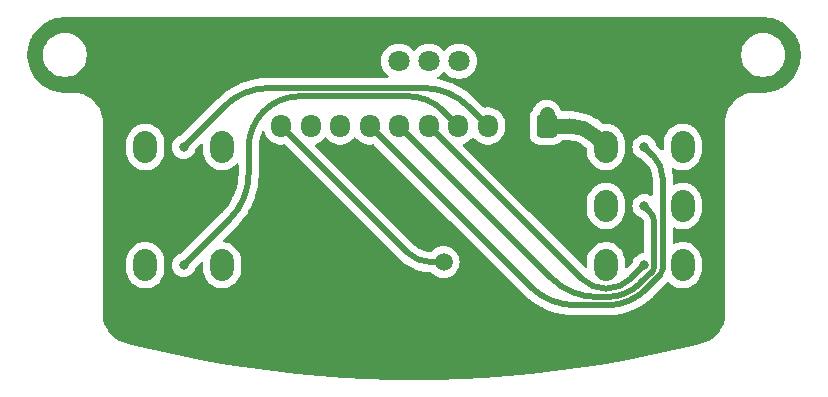
<source format=gbr>
%TF.GenerationSoftware,KiCad,Pcbnew,8.0.1*%
%TF.CreationDate,2024-08-08T23:52:37+09:00*%
%TF.ProjectId,UI-20240325,55492d32-3032-4343-9033-32352e6b6963,rev?*%
%TF.SameCoordinates,Original*%
%TF.FileFunction,Copper,L1,Top*%
%TF.FilePolarity,Positive*%
%FSLAX46Y46*%
G04 Gerber Fmt 4.6, Leading zero omitted, Abs format (unit mm)*
G04 Created by KiCad (PCBNEW 8.0.1) date 2024-08-08 23:52:37*
%MOMM*%
%LPD*%
G01*
G04 APERTURE LIST*
G04 Aperture macros list*
%AMRoundRect*
0 Rectangle with rounded corners*
0 $1 Rounding radius*
0 $2 $3 $4 $5 $6 $7 $8 $9 X,Y pos of 4 corners*
0 Add a 4 corners polygon primitive as box body*
4,1,4,$2,$3,$4,$5,$6,$7,$8,$9,$2,$3,0*
0 Add four circle primitives for the rounded corners*
1,1,$1+$1,$2,$3*
1,1,$1+$1,$4,$5*
1,1,$1+$1,$6,$7*
1,1,$1+$1,$8,$9*
0 Add four rect primitives between the rounded corners*
20,1,$1+$1,$2,$3,$4,$5,0*
20,1,$1+$1,$4,$5,$6,$7,0*
20,1,$1+$1,$6,$7,$8,$9,0*
20,1,$1+$1,$8,$9,$2,$3,0*%
G04 Aperture macros list end*
%TA.AperFunction,ComponentPad*%
%ADD10O,2.000000X2.700000*%
%TD*%
%TA.AperFunction,ComponentPad*%
%ADD11R,1.800000X1.800000*%
%TD*%
%TA.AperFunction,ComponentPad*%
%ADD12C,1.800000*%
%TD*%
%TA.AperFunction,ComponentPad*%
%ADD13O,1.700000X1.950000*%
%TD*%
%TA.AperFunction,ComponentPad*%
%ADD14RoundRect,0.250000X0.600000X0.725000X-0.600000X0.725000X-0.600000X-0.725000X0.600000X-0.725000X0*%
%TD*%
%TA.AperFunction,ComponentPad*%
%ADD15C,1.500000*%
%TD*%
%TA.AperFunction,ViaPad*%
%ADD16C,0.800000*%
%TD*%
%TA.AperFunction,Conductor*%
%ADD17C,0.500000*%
%TD*%
%TA.AperFunction,Conductor*%
%ADD18C,1.250000*%
%TD*%
G04 APERTURE END LIST*
D10*
%TO.P,SW5,1,1*%
%TO.N,Net-(R10-Pad2)*%
X22750000Y-21000000D03*
%TO.P,SW5,2,2*%
%TO.N,+3.3V*%
X16250000Y-21000000D03*
%TD*%
%TO.P,SW4,1,1*%
%TO.N,Net-(R4-Pad2)*%
X22750000Y-16000000D03*
%TO.P,SW4,2,2*%
%TO.N,+3.3V*%
X16250000Y-16000000D03*
%TD*%
%TO.P,SW3,1,1*%
%TO.N,Net-(R3-Pad2)*%
X22750000Y-11000000D03*
%TO.P,SW3,2,2*%
%TO.N,+3.3V*%
X16250000Y-11000000D03*
%TD*%
D11*
%TO.P,U1,1,GND*%
%TO.N,GND*%
X-3810000Y-3739997D03*
D12*
%TO.P,U1,2,VCC*%
%TO.N,+3.3V*%
X-1270000Y-3739997D03*
%TO.P,U1,3,SCL*%
%TO.N,SCL*%
X1270000Y-3739997D03*
%TO.P,U1,4,SDA*%
%TO.N,SDA*%
X3810000Y-3739997D03*
%TD*%
D10*
%TO.P,SW2,1,1*%
%TO.N,Net-(R2-Pad2)*%
X-22750000Y-21000000D03*
%TO.P,SW2,2,2*%
%TO.N,+3.3V*%
X-16250000Y-21000000D03*
%TD*%
%TO.P,SW1,1,1*%
%TO.N,Net-(R1-Pad2)*%
X-22750000Y-11000000D03*
%TO.P,SW1,2,2*%
%TO.N,+3.3V*%
X-16250000Y-11000000D03*
%TD*%
D13*
%TO.P,J1,10,Pin_10*%
%TO.N,BUZZER*%
X-11250000Y-9214997D03*
%TO.P,J1,9,Pin_9*%
%TO.N,SCL*%
X-8750000Y-9214997D03*
%TO.P,J1,8,Pin_8*%
%TO.N,SDA*%
X-6250000Y-9214997D03*
%TO.P,J1,7,Pin_7*%
%TO.N,SW-TAC-3*%
X-3750000Y-9214997D03*
%TO.P,J1,6,Pin_6*%
%TO.N,SW-TAC-4*%
X-1250000Y-9214997D03*
%TO.P,J1,5,Pin_5*%
%TO.N,SW-TAC-5*%
X1250000Y-9214997D03*
%TO.P,J1,4,Pin_4*%
%TO.N,SW-TAC-2*%
X3750000Y-9214997D03*
%TO.P,J1,3,Pin_3*%
%TO.N,SW-TAC-1*%
X6250000Y-9214997D03*
%TO.P,J1,2,Pin_2*%
%TO.N,GND*%
X8750000Y-9214997D03*
D14*
%TO.P,J1,1,Pin_1*%
%TO.N,+3.3V*%
X11250000Y-9214997D03*
%TD*%
D15*
%TO.P,BZ1,1,+*%
%TO.N,BUZZER*%
X2500000Y-20739997D03*
%TO.P,BZ1,2,-*%
%TO.N,GND*%
X-2500000Y-20739997D03*
%TD*%
D16*
%TO.N,SW-TAC-3*%
X19500000Y-11000000D03*
%TO.N,SW-TAC-4*%
X19500000Y-16000000D03*
%TO.N,SW-TAC-5*%
X19500000Y-21000000D03*
%TO.N,SW-TAC-2*%
X-19500000Y-21000000D03*
%TO.N,SW-TAC-1*%
X-19500000Y-11000000D03*
%TD*%
D17*
%TO.N,SW-TAC-4*%
X19176041Y-22526041D02*
X20196289Y-21505789D01*
%TO.N,SW-TAC-3*%
X19671015Y-23021016D02*
X20827337Y-21864696D01*
%TO.N,SW-TAC-4*%
X19925000Y-16425000D02*
G75*
G02*
X20349983Y-17451040I-1026000J-1026000D01*
G01*
X19176041Y-22526041D02*
G75*
G02*
X16341853Y-23699998I-2834191J2834201D01*
G01*
X20350000Y-21134699D02*
G75*
G02*
X20196290Y-21505790I-524800J-1D01*
G01*
X11641210Y-22106207D02*
G75*
G03*
X15488966Y-23700002I3847760J3847757D01*
G01*
D18*
%TO.N,+3.3V*%
X11250000Y-8727497D02*
G75*
G03*
X11737500Y-9215000I487500J-3D01*
G01*
X15357497Y-10107499D02*
G75*
G03*
X13202809Y-9214995I-2154697J-2154701D01*
G01*
D17*
%TO.N,SW-TAC-5*%
X18371508Y-22128491D02*
G75*
G02*
X16267501Y-23000004I-2104008J2103991D01*
G01*
X14163494Y-22128491D02*
G75*
G03*
X16267501Y-23000003I2104006J2103991D01*
G01*
%TO.N,SW-TAC-1*%
X-12246036Y-6000000D02*
G75*
G03*
X-16093792Y-7593792I1J-5441552D01*
G01*
X4628795Y-7593792D02*
G75*
G03*
X781039Y-6000001I-3847755J-3847758D01*
G01*
%TO.N,SW-TAC-2*%
X2492501Y-7957498D02*
G75*
G03*
X-543368Y-6700001I-3035869J-3035871D01*
G01*
X-9646877Y-6700000D02*
G75*
G03*
X-12725000Y-7975000I-3J-4353117D01*
G01*
X-12725000Y-7975000D02*
G75*
G03*
X-14000000Y-11053122I3078123J-3078123D01*
G01*
X-14000000Y-13246036D02*
G75*
G02*
X-15593792Y-17093792I-5441552J1D01*
G01*
%TO.N,SW-TAC-3*%
X19671015Y-23021016D02*
G75*
G02*
X16341852Y-24399998I-3329165J3329176D01*
G01*
X20275000Y-11775000D02*
G75*
G02*
X21049993Y-13646015I-1871000J-1871000D01*
G01*
X21050000Y-21327140D02*
G75*
G02*
X20827313Y-21864672I-760200J40D01*
G01*
X9841210Y-22806207D02*
G75*
G03*
X13688966Y-24400002I3847760J3847757D01*
G01*
%TO.N,BUZZER*%
X-511656Y-19953340D02*
G75*
G03*
X1387500Y-20739995I1899156J1899160D01*
G01*
%TO.N,SW-TAC-3*%
X9841210Y-22806207D02*
X-3750000Y-9214997D01*
X16341852Y-24400000D02*
X13688966Y-24400000D01*
X21050000Y-13646015D02*
X21050000Y-21327140D01*
X20275000Y-11775000D02*
X19500000Y-11000000D01*
%TO.N,SW-TAC-4*%
X11641210Y-22106207D02*
X-1250000Y-9214997D01*
X16341853Y-23700000D02*
X15488966Y-23700000D01*
X19925000Y-16425000D02*
X19500000Y-16000000D01*
X20350000Y-17451040D02*
X20350000Y-21134699D01*
%TO.N,SW-TAC-5*%
X14163494Y-22128491D02*
X1250000Y-9214997D01*
X18371508Y-22128491D02*
X19500000Y-21000000D01*
%TO.N,BUZZER*%
X-511656Y-19953340D02*
X-11250000Y-9214997D01*
X1387500Y-20739997D02*
X2500000Y-20739997D01*
%TO.N,SW-TAC-2*%
X-19500000Y-21000000D02*
X-15593792Y-17093792D01*
X2492501Y-7957498D02*
X3750000Y-9214997D01*
X-543368Y-6700000D02*
X-9646877Y-6700000D01*
X-14000000Y-11053122D02*
X-14000000Y-13246036D01*
%TO.N,SW-TAC-1*%
X-12246036Y-6000000D02*
X781039Y-6000000D01*
X4628795Y-7593792D02*
X6250000Y-9214997D01*
X-19500000Y-11000000D02*
X-16093792Y-7593792D01*
D18*
%TO.N,+3.3V*%
X11250000Y-8727497D02*
X11250000Y-8239997D01*
X15357498Y-10107498D02*
X16250000Y-11000000D01*
X11737500Y-9214997D02*
X13202809Y-9214997D01*
%TD*%
%TA.AperFunction,Conductor*%
%TO.N,GND*%
G36*
X29560855Y-12D02*
G01*
X29564854Y-68D01*
X29733491Y-2431D01*
X29745613Y-3198D01*
X30071376Y-39902D01*
X30089519Y-41947D01*
X30103227Y-44276D01*
X30439777Y-121091D01*
X30453139Y-124940D01*
X30778982Y-238957D01*
X30791824Y-244276D01*
X31102675Y-393975D01*
X31102845Y-394057D01*
X31115015Y-400783D01*
X31407311Y-584444D01*
X31418652Y-592491D01*
X31688547Y-807725D01*
X31698915Y-816991D01*
X31943008Y-1061084D01*
X31952274Y-1071452D01*
X32167508Y-1341347D01*
X32175555Y-1352688D01*
X32359216Y-1644984D01*
X32365942Y-1657154D01*
X32515720Y-1968169D01*
X32521042Y-1981017D01*
X32635059Y-2306860D01*
X32638908Y-2320222D01*
X32715723Y-2656772D01*
X32718052Y-2670480D01*
X32756703Y-3013510D01*
X32757483Y-3027394D01*
X32757483Y-3372605D01*
X32756703Y-3386489D01*
X32718052Y-3729519D01*
X32715723Y-3743227D01*
X32638908Y-4079777D01*
X32635059Y-4093139D01*
X32521042Y-4418982D01*
X32515720Y-4431830D01*
X32365942Y-4742845D01*
X32359216Y-4755015D01*
X32175555Y-5047311D01*
X32167508Y-5058652D01*
X31952274Y-5328547D01*
X31943008Y-5338915D01*
X31698915Y-5583008D01*
X31688547Y-5592274D01*
X31418652Y-5807508D01*
X31407311Y-5815555D01*
X31115015Y-5999216D01*
X31102845Y-6005942D01*
X30791830Y-6155720D01*
X30778982Y-6161042D01*
X30453139Y-6275059D01*
X30439777Y-6278908D01*
X30103227Y-6355723D01*
X30089519Y-6358052D01*
X29745625Y-6396800D01*
X29733479Y-6397568D01*
X29560856Y-6399988D01*
X29559118Y-6400000D01*
X28860007Y-6400000D01*
X28826331Y-6400528D01*
X28696318Y-6402567D01*
X28371739Y-6445298D01*
X28371725Y-6445301D01*
X28055510Y-6530030D01*
X28055500Y-6530033D01*
X27753055Y-6655310D01*
X27753045Y-6655314D01*
X27469528Y-6819002D01*
X27209799Y-7018298D01*
X27209792Y-7018304D01*
X26978309Y-7249787D01*
X26779008Y-7509521D01*
X26779002Y-7509529D01*
X26615319Y-7793034D01*
X26615314Y-7793045D01*
X26490034Y-8095498D01*
X26405299Y-8411732D01*
X26362568Y-8736298D01*
X26362568Y-8736310D01*
X26360007Y-8900011D01*
X26360007Y-25143433D01*
X26359992Y-25145363D01*
X26357563Y-25301378D01*
X26356511Y-25315680D01*
X26315540Y-25625979D01*
X26312357Y-25641931D01*
X26231374Y-25943249D01*
X26226131Y-25958648D01*
X26106398Y-26246783D01*
X26099184Y-26261363D01*
X25942766Y-26531340D01*
X25933706Y-26544850D01*
X25743287Y-26792037D01*
X25732536Y-26804244D01*
X25511408Y-27024369D01*
X25499151Y-27035065D01*
X25251107Y-27224352D01*
X25237556Y-27233351D01*
X24966862Y-27388544D01*
X24952250Y-27395691D01*
X24662677Y-27514480D01*
X24649143Y-27519139D01*
X24499077Y-27561285D01*
X24496883Y-27561880D01*
X23540308Y-27811712D01*
X23538136Y-27812258D01*
X21614281Y-28277755D01*
X21611787Y-28278331D01*
X19678906Y-28703980D01*
X19676400Y-28704505D01*
X17735127Y-29090167D01*
X17732612Y-29090640D01*
X15783782Y-29436152D01*
X15781257Y-29436573D01*
X13825680Y-29741787D01*
X13823147Y-29742155D01*
X11861782Y-30006925D01*
X11859241Y-30007242D01*
X9892703Y-30231483D01*
X9890157Y-30231746D01*
X7919505Y-30415338D01*
X7916954Y-30415549D01*
X5942938Y-30558424D01*
X5940384Y-30558583D01*
X3963789Y-30660682D01*
X3961231Y-30660788D01*
X1982908Y-30722066D01*
X1980349Y-30722118D01*
X1280Y-30742546D01*
X-1280Y-30742546D01*
X-1980349Y-30722118D01*
X-1982908Y-30722066D01*
X-3961231Y-30660788D01*
X-3963789Y-30660682D01*
X-5940384Y-30558583D01*
X-5942938Y-30558424D01*
X-7916954Y-30415549D01*
X-7919505Y-30415338D01*
X-9890157Y-30231746D01*
X-9892703Y-30231483D01*
X-11859241Y-30007242D01*
X-11861782Y-30006925D01*
X-13823147Y-29742155D01*
X-13825680Y-29741787D01*
X-15781257Y-29436573D01*
X-15783782Y-29436152D01*
X-17732612Y-29090640D01*
X-17735127Y-29090167D01*
X-19676400Y-28704505D01*
X-19678906Y-28703980D01*
X-21611787Y-28278331D01*
X-21614281Y-28277755D01*
X-23538136Y-27812258D01*
X-23540308Y-27811712D01*
X-24496911Y-27561873D01*
X-24499111Y-27561277D01*
X-24649141Y-27519132D01*
X-24662670Y-27514474D01*
X-24952253Y-27395667D01*
X-24966865Y-27388519D01*
X-25237548Y-27233318D01*
X-25251099Y-27224319D01*
X-25499143Y-27035017D01*
X-25511399Y-27024321D01*
X-25732524Y-26804183D01*
X-25743274Y-26791976D01*
X-25933686Y-26544782D01*
X-25942746Y-26531271D01*
X-26099157Y-26261285D01*
X-26106370Y-26246706D01*
X-26226096Y-25958565D01*
X-26231339Y-25943166D01*
X-26312316Y-25641835D01*
X-26315498Y-25625883D01*
X-26356463Y-25315576D01*
X-26357515Y-25301303D01*
X-26359831Y-25154473D01*
X-26359991Y-25144300D01*
X-26359992Y-25144256D01*
X-26360007Y-25142300D01*
X-26360007Y-21475962D01*
X-24350500Y-21475962D01*
X-24311090Y-21724785D01*
X-24233241Y-21964379D01*
X-24118870Y-22188845D01*
X-23970793Y-22392656D01*
X-23792656Y-22570793D01*
X-23588845Y-22718870D01*
X-23364379Y-22833241D01*
X-23124785Y-22911090D01*
X-22875962Y-22950500D01*
X-22875961Y-22950500D01*
X-22624039Y-22950500D01*
X-22624038Y-22950500D01*
X-22375215Y-22911090D01*
X-22135621Y-22833241D01*
X-22135618Y-22833239D01*
X-22135616Y-22833239D01*
X-22054184Y-22791747D01*
X-21911155Y-22718870D01*
X-21885117Y-22699952D01*
X-21707350Y-22570798D01*
X-21707345Y-22570794D01*
X-21529205Y-22392654D01*
X-21529201Y-22392649D01*
X-21381132Y-22188848D01*
X-21266760Y-21964383D01*
X-21188910Y-21724785D01*
X-21154069Y-21504811D01*
X-21149500Y-21475962D01*
X-21149500Y-21000000D01*
X-20505341Y-21000000D01*
X-20486024Y-21196132D01*
X-20428814Y-21384727D01*
X-20335910Y-21558538D01*
X-20210883Y-21710883D01*
X-20058538Y-21835910D01*
X-19884727Y-21928814D01*
X-19696132Y-21986024D01*
X-19500000Y-22005341D01*
X-19303868Y-21986024D01*
X-19115273Y-21928814D01*
X-19115269Y-21928811D01*
X-19115266Y-21928811D01*
X-18941467Y-21835913D01*
X-18941460Y-21835909D01*
X-18789116Y-21710883D01*
X-18664090Y-21558539D01*
X-18664086Y-21558532D01*
X-18571188Y-21384733D01*
X-18571186Y-21384727D01*
X-18531975Y-21255468D01*
X-18500997Y-21203786D01*
X-18297211Y-21000000D01*
X-18062180Y-20764968D01*
X-18000858Y-20731484D01*
X-17931167Y-20736468D01*
X-17875233Y-20778339D01*
X-17850816Y-20843804D01*
X-17850500Y-20852650D01*
X-17850500Y-21475962D01*
X-17811090Y-21724785D01*
X-17733241Y-21964379D01*
X-17618870Y-22188845D01*
X-17470793Y-22392656D01*
X-17292656Y-22570793D01*
X-17088845Y-22718870D01*
X-16864379Y-22833241D01*
X-16624785Y-22911090D01*
X-16375962Y-22950500D01*
X-16375961Y-22950500D01*
X-16124039Y-22950500D01*
X-16124038Y-22950500D01*
X-15875215Y-22911090D01*
X-15635621Y-22833241D01*
X-15635618Y-22833239D01*
X-15635616Y-22833239D01*
X-15554184Y-22791747D01*
X-15411155Y-22718870D01*
X-15385117Y-22699952D01*
X-15207350Y-22570798D01*
X-15207345Y-22570794D01*
X-15029205Y-22392654D01*
X-15029201Y-22392649D01*
X-14881132Y-22188848D01*
X-14766760Y-21964383D01*
X-14688910Y-21724785D01*
X-14654069Y-21504811D01*
X-14649500Y-21475962D01*
X-14649500Y-20524038D01*
X-14688910Y-20275215D01*
X-14688910Y-20275214D01*
X-14766760Y-20035616D01*
X-14881132Y-19811151D01*
X-15029201Y-19607350D01*
X-15029205Y-19607345D01*
X-15207345Y-19429205D01*
X-15207350Y-19429201D01*
X-15411151Y-19281132D01*
X-15635616Y-19166760D01*
X-15875214Y-19088909D01*
X-16075899Y-19057124D01*
X-16139034Y-19027195D01*
X-16175965Y-18967883D01*
X-16174967Y-18898020D01*
X-16144182Y-18846970D01*
X-15062677Y-17765465D01*
X-15062673Y-17765462D01*
X-15062674Y-17765462D01*
X-15055607Y-17758395D01*
X-15055606Y-17758395D01*
X-14992397Y-17695186D01*
X-14933814Y-17636603D01*
X-14933810Y-17636598D01*
X-14833510Y-17536298D01*
X-14833496Y-17536284D01*
X-14709041Y-17392656D01*
X-14539166Y-17196611D01*
X-14269835Y-16836825D01*
X-14269832Y-16836820D01*
X-14093652Y-16562678D01*
X-14026847Y-16458727D01*
X-13811452Y-16064261D01*
X-13811449Y-16064256D01*
X-13811445Y-16064249D01*
X-13624751Y-15655444D01*
X-13624749Y-15655441D01*
X-13488118Y-15289117D01*
X-13467683Y-15234329D01*
X-13454990Y-15191102D01*
X-13341061Y-14803095D01*
X-13341058Y-14803085D01*
X-13245525Y-14363928D01*
X-13181563Y-13919054D01*
X-13149500Y-13470759D01*
X-13149500Y-11056173D01*
X-13149351Y-11050088D01*
X-13132932Y-10715887D01*
X-13131739Y-10703777D01*
X-13083091Y-10375821D01*
X-13080717Y-10363887D01*
X-13000158Y-10042276D01*
X-12996625Y-10030631D01*
X-12885351Y-9719641D01*
X-12844233Y-9663152D01*
X-12779101Y-9637860D01*
X-12710635Y-9651797D01*
X-12660573Y-9700537D01*
X-12650670Y-9723093D01*
X-12594231Y-9896796D01*
X-12490579Y-10100225D01*
X-12356379Y-10284934D01*
X-12194937Y-10446376D01*
X-12010228Y-10580576D01*
X-11806799Y-10684228D01*
X-11625816Y-10743033D01*
X-11589660Y-10754781D01*
X-11364162Y-10790497D01*
X-11364157Y-10790497D01*
X-11135844Y-10790497D01*
X-11135843Y-10790497D01*
X-10975040Y-10765028D01*
X-10905750Y-10773982D01*
X-10867967Y-10799817D01*
X-6012351Y-15655434D01*
X-1176259Y-20491526D01*
X-1149370Y-20518415D01*
X-1149369Y-20518417D01*
X-1113050Y-20554735D01*
X-1113051Y-20554736D01*
X-990207Y-20677581D01*
X-721620Y-20898004D01*
X-432721Y-21091040D01*
X-126292Y-21254829D01*
X194715Y-21387795D01*
X527210Y-21488655D01*
X867989Y-21556441D01*
X1213772Y-21590497D01*
X1303733Y-21590497D01*
X1389241Y-21590497D01*
X1456280Y-21610182D01*
X1476922Y-21626815D01*
X1628599Y-21778492D01*
X1628602Y-21778494D01*
X1628603Y-21778495D01*
X1822165Y-21914029D01*
X1822167Y-21914030D01*
X1822170Y-21914032D01*
X2036337Y-22013900D01*
X2264592Y-22075060D01*
X2452918Y-22091536D01*
X2499999Y-22095656D01*
X2500000Y-22095656D01*
X2500001Y-22095656D01*
X2539234Y-22092223D01*
X2735408Y-22075060D01*
X2963663Y-22013900D01*
X3177830Y-21914032D01*
X3371401Y-21778492D01*
X3538495Y-21611398D01*
X3674035Y-21417827D01*
X3773903Y-21203660D01*
X3835063Y-20975405D01*
X3855659Y-20739997D01*
X3835063Y-20504589D01*
X3773903Y-20276334D01*
X3674035Y-20062168D01*
X3655444Y-20035616D01*
X3538494Y-19868594D01*
X3371402Y-19701503D01*
X3371395Y-19701498D01*
X3177834Y-19565964D01*
X3177830Y-19565962D01*
X3177828Y-19565961D01*
X2963663Y-19466094D01*
X2963659Y-19466093D01*
X2963655Y-19466091D01*
X2735413Y-19404935D01*
X2735403Y-19404933D01*
X2500001Y-19384338D01*
X2499999Y-19384338D01*
X2264596Y-19404933D01*
X2264586Y-19404935D01*
X2036344Y-19466091D01*
X2036335Y-19466095D01*
X1822171Y-19565961D01*
X1822169Y-19565962D01*
X1628600Y-19701500D01*
X1477065Y-19853035D01*
X1415742Y-19886519D01*
X1381275Y-19889088D01*
X1156048Y-19874327D01*
X1139966Y-19872209D01*
X920455Y-19828545D01*
X904788Y-19824347D01*
X865925Y-19811155D01*
X692853Y-19752405D01*
X677867Y-19746198D01*
X477132Y-19647206D01*
X463086Y-19639096D01*
X276989Y-19514751D01*
X264120Y-19504877D01*
X92816Y-19354647D01*
X86894Y-19349100D01*
X22210Y-19284416D01*
X22187Y-19284395D01*
X-8340534Y-10921672D01*
X-8374019Y-10860349D01*
X-8369035Y-10790657D01*
X-8327163Y-10734724D01*
X-8291173Y-10716061D01*
X-8193201Y-10684228D01*
X-7989772Y-10580576D01*
X-7805063Y-10446376D01*
X-7643621Y-10284934D01*
X-7600316Y-10225330D01*
X-7544988Y-10182667D01*
X-7475374Y-10176688D01*
X-7413579Y-10209294D01*
X-7399686Y-10225326D01*
X-7356379Y-10284934D01*
X-7194937Y-10446376D01*
X-7010228Y-10580576D01*
X-6806799Y-10684228D01*
X-6625816Y-10743033D01*
X-6589660Y-10754781D01*
X-6364162Y-10790497D01*
X-6364157Y-10790497D01*
X-6135838Y-10790497D01*
X-5910339Y-10754781D01*
X-5809592Y-10722046D01*
X-5693201Y-10684228D01*
X-5693198Y-10684226D01*
X-5693196Y-10684226D01*
X-5557855Y-10615266D01*
X-5489772Y-10580576D01*
X-5305063Y-10446376D01*
X-5143621Y-10284934D01*
X-5100316Y-10225330D01*
X-5044988Y-10182667D01*
X-4975374Y-10176688D01*
X-4913579Y-10209294D01*
X-4899686Y-10225326D01*
X-4856379Y-10284934D01*
X-4694937Y-10446376D01*
X-4510228Y-10580576D01*
X-4306799Y-10684228D01*
X-4125816Y-10743033D01*
X-4089660Y-10754781D01*
X-3864162Y-10790497D01*
X-3864157Y-10790497D01*
X-3635844Y-10790497D01*
X-3635843Y-10790497D01*
X-3475040Y-10765028D01*
X-3405750Y-10773982D01*
X-3367967Y-10799817D01*
X2979508Y-17147294D01*
X9302856Y-23470643D01*
X9302903Y-23470686D01*
X9398719Y-23566502D01*
X9531599Y-23681643D01*
X9738385Y-23860825D01*
X10098176Y-24130161D01*
X10098181Y-24130164D01*
X10476276Y-24373151D01*
X10791894Y-24545492D01*
X10870745Y-24588548D01*
X10870752Y-24588552D01*
X11279554Y-24775245D01*
X11279558Y-24775246D01*
X11279568Y-24775251D01*
X11700673Y-24932316D01*
X12087584Y-25045923D01*
X12131906Y-25058937D01*
X12131916Y-25058940D01*
X12571073Y-25154473D01*
X12571080Y-25154474D01*
X13015947Y-25218437D01*
X13464244Y-25250500D01*
X16431723Y-25250500D01*
X16431763Y-25250498D01*
X16560244Y-25250498D01*
X16560252Y-25250498D01*
X16995705Y-25216227D01*
X17427127Y-25147897D01*
X17851857Y-25045928D01*
X18267278Y-24910950D01*
X18670828Y-24743794D01*
X19060020Y-24545492D01*
X19432453Y-24317265D01*
X19785831Y-24060521D01*
X20117976Y-23776843D01*
X20206104Y-23688713D01*
X20206111Y-23688708D01*
X20213175Y-23681643D01*
X20213177Y-23681643D01*
X21428006Y-22466814D01*
X21489328Y-22433331D01*
X21559020Y-22438315D01*
X21603367Y-22466816D01*
X21707345Y-22570794D01*
X21707350Y-22570798D01*
X21885117Y-22699952D01*
X21911155Y-22718870D01*
X22054184Y-22791747D01*
X22135616Y-22833239D01*
X22135618Y-22833239D01*
X22135621Y-22833241D01*
X22375215Y-22911090D01*
X22624038Y-22950500D01*
X22624039Y-22950500D01*
X22875961Y-22950500D01*
X22875962Y-22950500D01*
X23124785Y-22911090D01*
X23364379Y-22833241D01*
X23588845Y-22718870D01*
X23792656Y-22570793D01*
X23970793Y-22392656D01*
X24118870Y-22188845D01*
X24233241Y-21964379D01*
X24311090Y-21724785D01*
X24350500Y-21475962D01*
X24350500Y-20524038D01*
X24311090Y-20275215D01*
X24233241Y-20035621D01*
X24233239Y-20035618D01*
X24233239Y-20035616D01*
X24158787Y-19889497D01*
X24118870Y-19811155D01*
X24071676Y-19746198D01*
X23970798Y-19607350D01*
X23970794Y-19607345D01*
X23792654Y-19429205D01*
X23792649Y-19429201D01*
X23588848Y-19281132D01*
X23588847Y-19281131D01*
X23588845Y-19281130D01*
X23518747Y-19245413D01*
X23364383Y-19166760D01*
X23124785Y-19088910D01*
X23095104Y-19084209D01*
X22875962Y-19049500D01*
X22624038Y-19049500D01*
X22499626Y-19069205D01*
X22375214Y-19088910D01*
X22266582Y-19124207D01*
X22135621Y-19166759D01*
X22135618Y-19166760D01*
X22135616Y-19166761D01*
X22080795Y-19194694D01*
X22012125Y-19207590D01*
X21947385Y-19181314D01*
X21907128Y-19124207D01*
X21900500Y-19084209D01*
X21900500Y-17915790D01*
X21920185Y-17848751D01*
X21972989Y-17802996D01*
X22042147Y-17793052D01*
X22080794Y-17805305D01*
X22099825Y-17815002D01*
X22135614Y-17833238D01*
X22135617Y-17833238D01*
X22135621Y-17833241D01*
X22375215Y-17911090D01*
X22624038Y-17950500D01*
X22624039Y-17950500D01*
X22875961Y-17950500D01*
X22875962Y-17950500D01*
X23124785Y-17911090D01*
X23364379Y-17833241D01*
X23588845Y-17718870D01*
X23792656Y-17570793D01*
X23970793Y-17392656D01*
X24118870Y-17188845D01*
X24233241Y-16964379D01*
X24311090Y-16724785D01*
X24350500Y-16475962D01*
X24350500Y-15524038D01*
X24311090Y-15275215D01*
X24233241Y-15035621D01*
X24233239Y-15035618D01*
X24233239Y-15035616D01*
X24191747Y-14954184D01*
X24118870Y-14811155D01*
X24099952Y-14785117D01*
X23970798Y-14607350D01*
X23970794Y-14607345D01*
X23792654Y-14429205D01*
X23792649Y-14429201D01*
X23588848Y-14281132D01*
X23588847Y-14281131D01*
X23588845Y-14281130D01*
X23518747Y-14245413D01*
X23364383Y-14166760D01*
X23124785Y-14088910D01*
X23095104Y-14084209D01*
X22875962Y-14049500D01*
X22624038Y-14049500D01*
X22499626Y-14069205D01*
X22375214Y-14088910D01*
X22266582Y-14124207D01*
X22135621Y-14166759D01*
X22135618Y-14166760D01*
X22135616Y-14166761D01*
X22080795Y-14194694D01*
X22012125Y-14207590D01*
X21947385Y-14181314D01*
X21907128Y-14124207D01*
X21900500Y-14084209D01*
X21900500Y-13555828D01*
X21900493Y-13555694D01*
X21900494Y-13474247D01*
X21866822Y-13132355D01*
X21820175Y-12897839D01*
X21826402Y-12828248D01*
X21869266Y-12773071D01*
X21935155Y-12749827D01*
X21998087Y-12763164D01*
X22135616Y-12833239D01*
X22135618Y-12833239D01*
X22135621Y-12833241D01*
X22375215Y-12911090D01*
X22624038Y-12950500D01*
X22624039Y-12950500D01*
X22875961Y-12950500D01*
X22875962Y-12950500D01*
X23124785Y-12911090D01*
X23364379Y-12833241D01*
X23588845Y-12718870D01*
X23792656Y-12570793D01*
X23970793Y-12392656D01*
X24118870Y-12188845D01*
X24233241Y-11964379D01*
X24311090Y-11724785D01*
X24350500Y-11475962D01*
X24350500Y-10524038D01*
X24311090Y-10275215D01*
X24233241Y-10035621D01*
X24233239Y-10035618D01*
X24233239Y-10035616D01*
X24162506Y-9896796D01*
X24118870Y-9811155D01*
X24054892Y-9723097D01*
X23970798Y-9607350D01*
X23970794Y-9607345D01*
X23792654Y-9429205D01*
X23792649Y-9429201D01*
X23588848Y-9281132D01*
X23588847Y-9281131D01*
X23588845Y-9281130D01*
X23518747Y-9245413D01*
X23364383Y-9166760D01*
X23124785Y-9088910D01*
X23124779Y-9088909D01*
X22875962Y-9049500D01*
X22624038Y-9049500D01*
X22537534Y-9063201D01*
X22375214Y-9088910D01*
X22135616Y-9166760D01*
X21911151Y-9281132D01*
X21707350Y-9429201D01*
X21707345Y-9429205D01*
X21529205Y-9607345D01*
X21529201Y-9607350D01*
X21381132Y-9811151D01*
X21266760Y-10035616D01*
X21188910Y-10275214D01*
X21149500Y-10524038D01*
X21149500Y-11147348D01*
X21129815Y-11214387D01*
X21077011Y-11260142D01*
X21007853Y-11270086D01*
X20944297Y-11241061D01*
X20937819Y-11235029D01*
X20499002Y-10796213D01*
X20468023Y-10744529D01*
X20428814Y-10615273D01*
X20428812Y-10615270D01*
X20428812Y-10615268D01*
X20335913Y-10441467D01*
X20335909Y-10441460D01*
X20210883Y-10289116D01*
X20058539Y-10164090D01*
X20058532Y-10164086D01*
X19884733Y-10071188D01*
X19884727Y-10071186D01*
X19696132Y-10013976D01*
X19696129Y-10013975D01*
X19500000Y-9994659D01*
X19303870Y-10013975D01*
X19115266Y-10071188D01*
X18941467Y-10164086D01*
X18941460Y-10164090D01*
X18789116Y-10289116D01*
X18664090Y-10441460D01*
X18664086Y-10441467D01*
X18571188Y-10615266D01*
X18513975Y-10803870D01*
X18494659Y-11000000D01*
X18513975Y-11196129D01*
X18571188Y-11384733D01*
X18664086Y-11558532D01*
X18664090Y-11558539D01*
X18789116Y-11710883D01*
X18941460Y-11835909D01*
X18941467Y-11835913D01*
X19115268Y-11928812D01*
X19115270Y-11928812D01*
X19115273Y-11928814D01*
X19244529Y-11968023D01*
X19296213Y-11999002D01*
X19670718Y-12373507D01*
X19676265Y-12379429D01*
X19823102Y-12546863D01*
X19832976Y-12559732D01*
X19954428Y-12741499D01*
X19962538Y-12755545D01*
X20059227Y-12951611D01*
X20065434Y-12966597D01*
X20135700Y-13173596D01*
X20139899Y-13189264D01*
X20182547Y-13403678D01*
X20184664Y-13419759D01*
X20199234Y-13642069D01*
X20199499Y-13650178D01*
X20199499Y-13742995D01*
X20199500Y-13743012D01*
X20199500Y-15032553D01*
X20179815Y-15099592D01*
X20127011Y-15145347D01*
X20057853Y-15155291D01*
X20017047Y-15141912D01*
X19937871Y-15099592D01*
X19884727Y-15071186D01*
X19696132Y-15013976D01*
X19696129Y-15013975D01*
X19500000Y-14994659D01*
X19303870Y-15013975D01*
X19115266Y-15071188D01*
X18941467Y-15164086D01*
X18941460Y-15164090D01*
X18789116Y-15289116D01*
X18664090Y-15441460D01*
X18664086Y-15441467D01*
X18571188Y-15615266D01*
X18513975Y-15803870D01*
X18494659Y-16000000D01*
X18513975Y-16196129D01*
X18571188Y-16384733D01*
X18664086Y-16558532D01*
X18664090Y-16558539D01*
X18789116Y-16710883D01*
X18941460Y-16835909D01*
X18941467Y-16835913D01*
X19115268Y-16928812D01*
X19115270Y-16928812D01*
X19115273Y-16928814D01*
X19244529Y-16968023D01*
X19296213Y-16999002D01*
X19319299Y-17022088D01*
X19327472Y-17031105D01*
X19390537Y-17107951D01*
X19404042Y-17128163D01*
X19448020Y-17210443D01*
X19457322Y-17232902D01*
X19484401Y-17322176D01*
X19489143Y-17346018D01*
X19498902Y-17445127D01*
X19499499Y-17457281D01*
X19499497Y-17546926D01*
X19499500Y-17546983D01*
X19499500Y-19882320D01*
X19479815Y-19949359D01*
X19427011Y-19995114D01*
X19387655Y-20005723D01*
X19303871Y-20013975D01*
X19115266Y-20071188D01*
X18941467Y-20164086D01*
X18941460Y-20164090D01*
X18789116Y-20289116D01*
X18664090Y-20441460D01*
X18664086Y-20441467D01*
X18571186Y-20615271D01*
X18531976Y-20744527D01*
X18500997Y-20796212D01*
X18062181Y-21235029D01*
X18000858Y-21268514D01*
X17931167Y-21263530D01*
X17875233Y-21221659D01*
X17850816Y-21156194D01*
X17850500Y-21147348D01*
X17850500Y-20524038D01*
X17847420Y-20504593D01*
X17811090Y-20275215D01*
X17733241Y-20035621D01*
X17733239Y-20035618D01*
X17733239Y-20035616D01*
X17658787Y-19889497D01*
X17618870Y-19811155D01*
X17571676Y-19746198D01*
X17470798Y-19607350D01*
X17470794Y-19607345D01*
X17292654Y-19429205D01*
X17292649Y-19429201D01*
X17088848Y-19281132D01*
X17088847Y-19281131D01*
X17088845Y-19281130D01*
X17018747Y-19245413D01*
X16864383Y-19166760D01*
X16624785Y-19088910D01*
X16595104Y-19084209D01*
X16375962Y-19049500D01*
X16124038Y-19049500D01*
X15999626Y-19069205D01*
X15875214Y-19088910D01*
X15635616Y-19166760D01*
X15411151Y-19281132D01*
X15207350Y-19429201D01*
X15207345Y-19429205D01*
X15029205Y-19607345D01*
X15029201Y-19607350D01*
X14881132Y-19811151D01*
X14766760Y-20035616D01*
X14688910Y-20275214D01*
X14649500Y-20524038D01*
X14649500Y-21112346D01*
X14629815Y-21179385D01*
X14577011Y-21225140D01*
X14507853Y-21235084D01*
X14444297Y-21206059D01*
X14437819Y-21200027D01*
X9713753Y-16475961D01*
X14649500Y-16475961D01*
X14688910Y-16724785D01*
X14766760Y-16964383D01*
X14881132Y-17188848D01*
X15029201Y-17392649D01*
X15029205Y-17392654D01*
X15207345Y-17570794D01*
X15207350Y-17570798D01*
X15378557Y-17695186D01*
X15411155Y-17718870D01*
X15554184Y-17791747D01*
X15635616Y-17833239D01*
X15635618Y-17833239D01*
X15635621Y-17833241D01*
X15875215Y-17911090D01*
X16124038Y-17950500D01*
X16124039Y-17950500D01*
X16375961Y-17950500D01*
X16375962Y-17950500D01*
X16624785Y-17911090D01*
X16864379Y-17833241D01*
X17088845Y-17718870D01*
X17292656Y-17570793D01*
X17470793Y-17392656D01*
X17618870Y-17188845D01*
X17733241Y-16964379D01*
X17811090Y-16724785D01*
X17850500Y-16475962D01*
X17850500Y-15524038D01*
X17811090Y-15275215D01*
X17733241Y-15035621D01*
X17733239Y-15035618D01*
X17733239Y-15035616D01*
X17691747Y-14954184D01*
X17618870Y-14811155D01*
X17599952Y-14785117D01*
X17470798Y-14607350D01*
X17470794Y-14607345D01*
X17292654Y-14429205D01*
X17292649Y-14429201D01*
X17088848Y-14281132D01*
X17088847Y-14281131D01*
X17088845Y-14281130D01*
X17018747Y-14245413D01*
X16864383Y-14166760D01*
X16624785Y-14088910D01*
X16595104Y-14084209D01*
X16375962Y-14049500D01*
X16124038Y-14049500D01*
X15999626Y-14069205D01*
X15875214Y-14088910D01*
X15635616Y-14166760D01*
X15411151Y-14281132D01*
X15207350Y-14429201D01*
X15207345Y-14429205D01*
X15029205Y-14607345D01*
X15029201Y-14607350D01*
X14881132Y-14811151D01*
X14766760Y-15035616D01*
X14688910Y-15275214D01*
X14649500Y-15524038D01*
X14649500Y-16475961D01*
X9713753Y-16475961D01*
X4159464Y-10921672D01*
X4125979Y-10860349D01*
X4130963Y-10790657D01*
X4172835Y-10734724D01*
X4208823Y-10716062D01*
X4306799Y-10684228D01*
X4510228Y-10580576D01*
X4694937Y-10446376D01*
X4856379Y-10284934D01*
X4899683Y-10225330D01*
X4955012Y-10182667D01*
X5024626Y-10176688D01*
X5086421Y-10209294D01*
X5100313Y-10225326D01*
X5143621Y-10284934D01*
X5305063Y-10446376D01*
X5489772Y-10580576D01*
X5557855Y-10615266D01*
X5693196Y-10684226D01*
X5693198Y-10684226D01*
X5693201Y-10684228D01*
X5809592Y-10722046D01*
X5910339Y-10754781D01*
X6135838Y-10790497D01*
X6135843Y-10790497D01*
X6364162Y-10790497D01*
X6589660Y-10754781D01*
X6625816Y-10743033D01*
X6806799Y-10684228D01*
X7010228Y-10580576D01*
X7194937Y-10446376D01*
X7356379Y-10284934D01*
X7490579Y-10100225D01*
X7534539Y-10013948D01*
X9799500Y-10013948D01*
X9802317Y-10055496D01*
X9846963Y-10235018D01*
X9846964Y-10235020D01*
X9929156Y-10400747D01*
X10045059Y-10544937D01*
X10127173Y-10610942D01*
X10189247Y-10660839D01*
X10354979Y-10743034D01*
X10534501Y-10787679D01*
X10534502Y-10787679D01*
X10534505Y-10787680D01*
X10576046Y-10790497D01*
X10576048Y-10790497D01*
X11923952Y-10790497D01*
X11923954Y-10790497D01*
X11965495Y-10787680D01*
X12145021Y-10743034D01*
X12310753Y-10660839D01*
X12454940Y-10544937D01*
X12478849Y-10515192D01*
X12501666Y-10486809D01*
X12559009Y-10446890D01*
X12598312Y-10440497D01*
X13198738Y-10440497D01*
X13206848Y-10440762D01*
X13432490Y-10455551D01*
X13448549Y-10457666D01*
X13666325Y-10500985D01*
X13681987Y-10505182D01*
X13892248Y-10576557D01*
X13907219Y-10582758D01*
X14102382Y-10679001D01*
X14106362Y-10680964D01*
X14120409Y-10689074D01*
X14305028Y-10812433D01*
X14317892Y-10822304D01*
X14487924Y-10971418D01*
X14493846Y-10976965D01*
X14613181Y-11096300D01*
X14646666Y-11157623D01*
X14649500Y-11183981D01*
X14649500Y-11475961D01*
X14688910Y-11724785D01*
X14766760Y-11964383D01*
X14881132Y-12188848D01*
X15029201Y-12392649D01*
X15029205Y-12392654D01*
X15207345Y-12570794D01*
X15207350Y-12570798D01*
X15385117Y-12699952D01*
X15411155Y-12718870D01*
X15517531Y-12773071D01*
X15635616Y-12833239D01*
X15635618Y-12833239D01*
X15635621Y-12833241D01*
X15875215Y-12911090D01*
X16124038Y-12950500D01*
X16124039Y-12950500D01*
X16375961Y-12950500D01*
X16375962Y-12950500D01*
X16624785Y-12911090D01*
X16864379Y-12833241D01*
X17088845Y-12718870D01*
X17292656Y-12570793D01*
X17470793Y-12392656D01*
X17618870Y-12188845D01*
X17733241Y-11964379D01*
X17811090Y-11724785D01*
X17850500Y-11475962D01*
X17850500Y-10524038D01*
X17811090Y-10275215D01*
X17733241Y-10035621D01*
X17733239Y-10035618D01*
X17733239Y-10035616D01*
X17662506Y-9896796D01*
X17618870Y-9811155D01*
X17554892Y-9723097D01*
X17470798Y-9607350D01*
X17470794Y-9607345D01*
X17292654Y-9429205D01*
X17292649Y-9429201D01*
X17088848Y-9281132D01*
X17088847Y-9281131D01*
X17088845Y-9281130D01*
X17018747Y-9245413D01*
X16864383Y-9166760D01*
X16624785Y-9088910D01*
X16624779Y-9088909D01*
X16375962Y-9049500D01*
X16124038Y-9049500D01*
X16124036Y-9049500D01*
X16093341Y-9054361D01*
X16024048Y-9045404D01*
X15994241Y-9026877D01*
X15806334Y-8869205D01*
X15500727Y-8655217D01*
X15500716Y-8655210D01*
X15500710Y-8655206D01*
X15246713Y-8508560D01*
X15177603Y-8468659D01*
X15177588Y-8468651D01*
X14839464Y-8310982D01*
X14839462Y-8310981D01*
X14839455Y-8310978D01*
X14488857Y-8183370D01*
X14177510Y-8099944D01*
X14128472Y-8086804D01*
X14128465Y-8086803D01*
X13761043Y-8022016D01*
X13761045Y-8022016D01*
X13389363Y-7989497D01*
X13389362Y-7989497D01*
X13299258Y-7989497D01*
X12598312Y-7989497D01*
X12531273Y-7969812D01*
X12501666Y-7943185D01*
X12454943Y-7885061D01*
X12454937Y-7885054D01*
X12440850Y-7873731D01*
X12400932Y-7816388D01*
X12400646Y-7815523D01*
X12385715Y-7769568D01*
X12298141Y-7597695D01*
X12184759Y-7441638D01*
X12048359Y-7305238D01*
X11892302Y-7191856D01*
X11720429Y-7104282D01*
X11536972Y-7044673D01*
X11536970Y-7044672D01*
X11536969Y-7044672D01*
X11390614Y-7021492D01*
X11346449Y-7014497D01*
X11153551Y-7014497D01*
X11129553Y-7018298D01*
X10963030Y-7044672D01*
X10779568Y-7104283D01*
X10607697Y-7191856D01*
X10527963Y-7249787D01*
X10451641Y-7305238D01*
X10451639Y-7305240D01*
X10451638Y-7305240D01*
X10315243Y-7441635D01*
X10315243Y-7441636D01*
X10315241Y-7441638D01*
X10295733Y-7468489D01*
X10201859Y-7597694D01*
X10114284Y-7769569D01*
X10099390Y-7815407D01*
X10059951Y-7873081D01*
X10059152Y-7873728D01*
X10045062Y-7885054D01*
X9929156Y-8029246D01*
X9846964Y-8194973D01*
X9846963Y-8194975D01*
X9802317Y-8374497D01*
X9799500Y-8416045D01*
X9799500Y-10013948D01*
X7534539Y-10013948D01*
X7594231Y-9896796D01*
X7664784Y-9679657D01*
X7671404Y-9637860D01*
X7700500Y-9454159D01*
X7700500Y-8975834D01*
X7664784Y-8750336D01*
X7594229Y-8533193D01*
X7539550Y-8425881D01*
X7490579Y-8329769D01*
X7356379Y-8145060D01*
X7194937Y-7983618D01*
X7010228Y-7849418D01*
X6970377Y-7829113D01*
X6806803Y-7745767D01*
X6589660Y-7675212D01*
X6364162Y-7639497D01*
X6364157Y-7639497D01*
X6135843Y-7639497D01*
X6135838Y-7639497D01*
X5975043Y-7664964D01*
X5905749Y-7656009D01*
X5867964Y-7630172D01*
X5229544Y-6991752D01*
X5229541Y-6991747D01*
X5071310Y-6833516D01*
X5071297Y-6833504D01*
X5071288Y-6833495D01*
X4731622Y-6539173D01*
X4731620Y-6539171D01*
X4371829Y-6269835D01*
X4371824Y-6269832D01*
X4194262Y-6155720D01*
X3993730Y-6026846D01*
X3993723Y-6026842D01*
X3599259Y-5811448D01*
X3599252Y-5811444D01*
X3190450Y-5624751D01*
X3103375Y-5592274D01*
X2769332Y-5467683D01*
X2628317Y-5426277D01*
X2338098Y-5341060D01*
X2338088Y-5341057D01*
X2041464Y-5276531D01*
X1980141Y-5243046D01*
X1946656Y-5181723D01*
X1951640Y-5112031D01*
X1993512Y-5056098D01*
X2008799Y-5046313D01*
X2093509Y-5000471D01*
X2289744Y-4847735D01*
X2448771Y-4674985D01*
X2508657Y-4638996D01*
X2578495Y-4641096D01*
X2631228Y-4674985D01*
X2790256Y-4847735D01*
X2986491Y-5000471D01*
X3085644Y-5054130D01*
X3127924Y-5077011D01*
X3205190Y-5118825D01*
X3440386Y-5199568D01*
X3685665Y-5240497D01*
X3934335Y-5240497D01*
X4179614Y-5199568D01*
X4414810Y-5118825D01*
X4633509Y-5000471D01*
X4829744Y-4847735D01*
X4998164Y-4664782D01*
X5134173Y-4456604D01*
X5234063Y-4228878D01*
X5295108Y-3987818D01*
X5310994Y-3796104D01*
X5315643Y-3740002D01*
X5315643Y-3739991D01*
X5295109Y-3492184D01*
X5295107Y-3492172D01*
X5251833Y-3321288D01*
X27709507Y-3321288D01*
X27741168Y-3561785D01*
X27803954Y-3796104D01*
X27883361Y-3987809D01*
X27896783Y-4020212D01*
X28018071Y-4230289D01*
X28018073Y-4230292D01*
X28018074Y-4230293D01*
X28165740Y-4422736D01*
X28165746Y-4422743D01*
X28337263Y-4594260D01*
X28337269Y-4594265D01*
X28529718Y-4741936D01*
X28739795Y-4863224D01*
X28963907Y-4956054D01*
X29198218Y-5018838D01*
X29378593Y-5042584D01*
X29438718Y-5050500D01*
X29438719Y-5050500D01*
X29681296Y-5050500D01*
X29729395Y-5044167D01*
X29921796Y-5018838D01*
X30156107Y-4956054D01*
X30380219Y-4863224D01*
X30590296Y-4741936D01*
X30782745Y-4594265D01*
X30954272Y-4422738D01*
X31101943Y-4230289D01*
X31223231Y-4020212D01*
X31316061Y-3796100D01*
X31378845Y-3561789D01*
X31410507Y-3321288D01*
X31410507Y-3078712D01*
X31378845Y-2838211D01*
X31316061Y-2603900D01*
X31223231Y-2379788D01*
X31101943Y-2169711D01*
X31041025Y-2090321D01*
X30954273Y-1977263D01*
X30954267Y-1977256D01*
X30782750Y-1805739D01*
X30782743Y-1805733D01*
X30590300Y-1658067D01*
X30590299Y-1658066D01*
X30590296Y-1658064D01*
X30380219Y-1536776D01*
X30380212Y-1536773D01*
X30156111Y-1443947D01*
X29921792Y-1381161D01*
X29681296Y-1349500D01*
X29681295Y-1349500D01*
X29438719Y-1349500D01*
X29438718Y-1349500D01*
X29198221Y-1381161D01*
X28963902Y-1443947D01*
X28739801Y-1536773D01*
X28739792Y-1536777D01*
X28529713Y-1658067D01*
X28337270Y-1805733D01*
X28337263Y-1805739D01*
X28165746Y-1977256D01*
X28165740Y-1977263D01*
X28018074Y-2169706D01*
X27896784Y-2379785D01*
X27896780Y-2379794D01*
X27803954Y-2603895D01*
X27741168Y-2838214D01*
X27709507Y-3078711D01*
X27709507Y-3321288D01*
X5251833Y-3321288D01*
X5234063Y-3251115D01*
X5134173Y-3023390D01*
X4998166Y-2815214D01*
X4976557Y-2791741D01*
X4829744Y-2632259D01*
X4633509Y-2479523D01*
X4633507Y-2479522D01*
X4633506Y-2479521D01*
X4414811Y-2361169D01*
X4414802Y-2361166D01*
X4179616Y-2280426D01*
X3934335Y-2239497D01*
X3685665Y-2239497D01*
X3440383Y-2280426D01*
X3205197Y-2361166D01*
X3205188Y-2361169D01*
X2986493Y-2479521D01*
X2790257Y-2632258D01*
X2631230Y-2805007D01*
X2571342Y-2840998D01*
X2501504Y-2838897D01*
X2448770Y-2805007D01*
X2409108Y-2761923D01*
X2289744Y-2632259D01*
X2093509Y-2479523D01*
X2093507Y-2479522D01*
X2093506Y-2479521D01*
X1874811Y-2361169D01*
X1874802Y-2361166D01*
X1639616Y-2280426D01*
X1394335Y-2239497D01*
X1145665Y-2239497D01*
X900383Y-2280426D01*
X665197Y-2361166D01*
X665188Y-2361169D01*
X446493Y-2479521D01*
X250257Y-2632258D01*
X91230Y-2805007D01*
X31342Y-2840998D01*
X-38496Y-2838897D01*
X-91230Y-2805007D01*
X-250257Y-2632258D01*
X-446493Y-2479521D01*
X-665188Y-2361169D01*
X-665197Y-2361166D01*
X-900383Y-2280426D01*
X-1145665Y-2239497D01*
X-1394335Y-2239497D01*
X-1639616Y-2280426D01*
X-1874802Y-2361166D01*
X-1874811Y-2361169D01*
X-2093506Y-2479521D01*
X-2093507Y-2479522D01*
X-2093509Y-2479523D01*
X-2289744Y-2632259D01*
X-2436557Y-2791741D01*
X-2458166Y-2815214D01*
X-2594173Y-3023390D01*
X-2694063Y-3251115D01*
X-2755107Y-3492172D01*
X-2755109Y-3492184D01*
X-2775643Y-3739991D01*
X-2775643Y-3740002D01*
X-2770994Y-3796104D01*
X-2755108Y-3987818D01*
X-2694063Y-4228878D01*
X-2594173Y-4456604D01*
X-2458164Y-4664782D01*
X-2289744Y-4847735D01*
X-2269841Y-4863226D01*
X-2187074Y-4927647D01*
X-2146261Y-4984357D01*
X-2142586Y-5054130D01*
X-2177218Y-5114813D01*
X-2239159Y-5147140D01*
X-2263236Y-5149500D01*
X-12470759Y-5149500D01*
X-12919054Y-5181563D01*
X-13363928Y-5245525D01*
X-13803085Y-5341058D01*
X-13803095Y-5341061D01*
X-14234312Y-5467678D01*
X-14234329Y-5467683D01*
X-14363478Y-5515853D01*
X-14655441Y-5624749D01*
X-14655444Y-5624751D01*
X-15064249Y-5811445D01*
X-15064256Y-5811449D01*
X-15420593Y-6006024D01*
X-15458727Y-6026847D01*
X-15659393Y-6155807D01*
X-15836820Y-6269832D01*
X-15836825Y-6269835D01*
X-16196611Y-6539166D01*
X-16331529Y-6656074D01*
X-16536284Y-6833496D01*
X-16536298Y-6833510D01*
X-16632827Y-6930039D01*
X-16632858Y-6930068D01*
X-19703786Y-10000997D01*
X-19755468Y-10031975D01*
X-19884727Y-10071186D01*
X-19884733Y-10071188D01*
X-20058532Y-10164086D01*
X-20058539Y-10164090D01*
X-20210883Y-10289116D01*
X-20335909Y-10441460D01*
X-20335913Y-10441467D01*
X-20428811Y-10615266D01*
X-20428811Y-10615269D01*
X-20428814Y-10615273D01*
X-20486024Y-10803868D01*
X-20505341Y-11000000D01*
X-20486024Y-11196132D01*
X-20428814Y-11384727D01*
X-20335910Y-11558538D01*
X-20210883Y-11710883D01*
X-20058538Y-11835910D01*
X-19884727Y-11928814D01*
X-19696132Y-11986024D01*
X-19500000Y-12005341D01*
X-19303868Y-11986024D01*
X-19115273Y-11928814D01*
X-19115269Y-11928811D01*
X-19115266Y-11928811D01*
X-18941467Y-11835913D01*
X-18941460Y-11835909D01*
X-18789116Y-11710883D01*
X-18664090Y-11558539D01*
X-18664086Y-11558532D01*
X-18571188Y-11384733D01*
X-18571186Y-11384727D01*
X-18531975Y-11255468D01*
X-18500997Y-11203786D01*
X-18062181Y-10764970D01*
X-18000858Y-10731485D01*
X-17931166Y-10736469D01*
X-17875233Y-10778341D01*
X-17850816Y-10843805D01*
X-17850500Y-10852651D01*
X-17850500Y-11475962D01*
X-17811090Y-11724785D01*
X-17733241Y-11964379D01*
X-17618870Y-12188845D01*
X-17470793Y-12392656D01*
X-17292656Y-12570793D01*
X-17088845Y-12718870D01*
X-16864379Y-12833241D01*
X-16624785Y-12911090D01*
X-16375962Y-12950500D01*
X-16375961Y-12950500D01*
X-16124039Y-12950500D01*
X-16124038Y-12950500D01*
X-15875215Y-12911090D01*
X-15635621Y-12833241D01*
X-15635618Y-12833239D01*
X-15635616Y-12833239D01*
X-15517531Y-12773071D01*
X-15411155Y-12718870D01*
X-15385117Y-12699952D01*
X-15207350Y-12570798D01*
X-15207345Y-12570794D01*
X-15062181Y-12425630D01*
X-15000858Y-12392145D01*
X-14931166Y-12397129D01*
X-14875233Y-12439001D01*
X-14850816Y-12504465D01*
X-14850500Y-12513311D01*
X-14850500Y-13243329D01*
X-14850618Y-13248737D01*
X-14867734Y-13640784D01*
X-14868674Y-13651521D01*
X-14919540Y-14037888D01*
X-14921417Y-14048538D01*
X-14991337Y-14363928D01*
X-15005764Y-14429002D01*
X-15008561Y-14439441D01*
X-15125751Y-14811121D01*
X-15129440Y-14821256D01*
X-15278575Y-15181298D01*
X-15283144Y-15191096D01*
X-15413475Y-15441460D01*
X-15463081Y-15536752D01*
X-15468489Y-15546120D01*
X-15677875Y-15874790D01*
X-15684080Y-15883651D01*
X-15921307Y-16192812D01*
X-15928261Y-16201099D01*
X-16193358Y-16490402D01*
X-16197099Y-16494310D01*
X-16265464Y-16562675D01*
X-16265466Y-16562678D01*
X-19703786Y-20000997D01*
X-19755468Y-20031975D01*
X-19884727Y-20071186D01*
X-19884733Y-20071188D01*
X-20058532Y-20164086D01*
X-20058539Y-20164090D01*
X-20210883Y-20289116D01*
X-20335909Y-20441460D01*
X-20335913Y-20441467D01*
X-20428811Y-20615266D01*
X-20428811Y-20615269D01*
X-20428814Y-20615273D01*
X-20486024Y-20803868D01*
X-20505341Y-21000000D01*
X-21149500Y-21000000D01*
X-21149500Y-20524038D01*
X-21188910Y-20275215D01*
X-21188910Y-20275214D01*
X-21266760Y-20035616D01*
X-21381132Y-19811151D01*
X-21529201Y-19607350D01*
X-21529205Y-19607345D01*
X-21707345Y-19429205D01*
X-21707350Y-19429201D01*
X-21911151Y-19281132D01*
X-22135616Y-19166760D01*
X-22375214Y-19088910D01*
X-22499626Y-19069205D01*
X-22624038Y-19049500D01*
X-22875962Y-19049500D01*
X-23095104Y-19084209D01*
X-23124785Y-19088910D01*
X-23364383Y-19166760D01*
X-23518747Y-19245413D01*
X-23588845Y-19281130D01*
X-23588847Y-19281131D01*
X-23588848Y-19281132D01*
X-23792649Y-19429201D01*
X-23792654Y-19429205D01*
X-23970794Y-19607345D01*
X-23970798Y-19607350D01*
X-24071676Y-19746198D01*
X-24118870Y-19811155D01*
X-24158787Y-19889497D01*
X-24233239Y-20035616D01*
X-24233239Y-20035618D01*
X-24233241Y-20035621D01*
X-24311090Y-20275215D01*
X-24350500Y-20524038D01*
X-24350500Y-21475962D01*
X-26360007Y-21475962D01*
X-26360007Y-11475962D01*
X-24350500Y-11475962D01*
X-24311090Y-11724785D01*
X-24233241Y-11964379D01*
X-24118870Y-12188845D01*
X-23970793Y-12392656D01*
X-23792656Y-12570793D01*
X-23588845Y-12718870D01*
X-23364379Y-12833241D01*
X-23124785Y-12911090D01*
X-22875962Y-12950500D01*
X-22875961Y-12950500D01*
X-22624039Y-12950500D01*
X-22624038Y-12950500D01*
X-22375215Y-12911090D01*
X-22135621Y-12833241D01*
X-22135618Y-12833239D01*
X-22135616Y-12833239D01*
X-22017531Y-12773071D01*
X-21911155Y-12718870D01*
X-21885117Y-12699952D01*
X-21707350Y-12570798D01*
X-21707345Y-12570794D01*
X-21529205Y-12392654D01*
X-21529201Y-12392649D01*
X-21381132Y-12188848D01*
X-21266760Y-11964383D01*
X-21188910Y-11724785D01*
X-21149500Y-11475961D01*
X-21149500Y-10524038D01*
X-21188910Y-10275214D01*
X-21266760Y-10035616D01*
X-21381132Y-9811151D01*
X-21529201Y-9607350D01*
X-21529205Y-9607345D01*
X-21707345Y-9429205D01*
X-21707350Y-9429201D01*
X-21911151Y-9281132D01*
X-22135616Y-9166760D01*
X-22375214Y-9088910D01*
X-22537534Y-9063201D01*
X-22624038Y-9049500D01*
X-22875962Y-9049500D01*
X-23124779Y-9088909D01*
X-23124785Y-9088910D01*
X-23364383Y-9166760D01*
X-23518747Y-9245413D01*
X-23588845Y-9281130D01*
X-23588847Y-9281131D01*
X-23588848Y-9281132D01*
X-23792649Y-9429201D01*
X-23792654Y-9429205D01*
X-23970794Y-9607345D01*
X-23970798Y-9607350D01*
X-24054892Y-9723097D01*
X-24118870Y-9811155D01*
X-24162506Y-9896796D01*
X-24233239Y-10035616D01*
X-24233239Y-10035618D01*
X-24233241Y-10035621D01*
X-24311090Y-10275215D01*
X-24350500Y-10524038D01*
X-24350500Y-11475962D01*
X-26360007Y-11475962D01*
X-26360007Y-8905920D01*
X-26360113Y-8898020D01*
X-26362197Y-8741973D01*
X-26404288Y-8416812D01*
X-26488523Y-8099944D01*
X-26517660Y-8029246D01*
X-26613454Y-7796811D01*
X-26613457Y-7796803D01*
X-26776942Y-7512605D01*
X-26776944Y-7512603D01*
X-26976187Y-7252201D01*
X-26976188Y-7252200D01*
X-27207743Y-7020096D01*
X-27207744Y-7020095D01*
X-27467676Y-6820234D01*
X-27467679Y-6820231D01*
X-27751490Y-6656074D01*
X-28054331Y-6530424D01*
X-28054332Y-6530423D01*
X-28054334Y-6530423D01*
X-28130981Y-6509853D01*
X-28370996Y-6445439D01*
X-28371000Y-6445438D01*
X-28371002Y-6445438D01*
X-28449203Y-6435126D01*
X-28696058Y-6402577D01*
X-28696048Y-6402577D01*
X-28766321Y-6401472D01*
X-28860000Y-6400000D01*
X-28860020Y-6400000D01*
X-29559141Y-6400000D01*
X-29560813Y-6399989D01*
X-29566207Y-6399916D01*
X-29733455Y-6397657D01*
X-29745663Y-6396888D01*
X-30089534Y-6358144D01*
X-30103244Y-6355815D01*
X-30439807Y-6278996D01*
X-30453168Y-6275147D01*
X-30779016Y-6161129D01*
X-30791864Y-6155807D01*
X-31102891Y-6006024D01*
X-31115061Y-5999298D01*
X-31407366Y-5815631D01*
X-31418707Y-5807584D01*
X-31688610Y-5592344D01*
X-31698978Y-5583078D01*
X-31943079Y-5338978D01*
X-31952345Y-5328610D01*
X-32167586Y-5058706D01*
X-32175633Y-5047365D01*
X-32359300Y-4755060D01*
X-32366026Y-4742890D01*
X-32515808Y-4431866D01*
X-32521130Y-4419019D01*
X-32635151Y-4093166D01*
X-32639000Y-4079804D01*
X-32715818Y-3743244D01*
X-32718147Y-3729534D01*
X-32756798Y-3386494D01*
X-32757578Y-3372611D01*
X-32757578Y-3321288D01*
X-31410507Y-3321288D01*
X-31378845Y-3561789D01*
X-31316061Y-3796100D01*
X-31223231Y-4020212D01*
X-31101943Y-4230289D01*
X-30954272Y-4422738D01*
X-30782745Y-4594265D01*
X-30590296Y-4741936D01*
X-30380219Y-4863224D01*
X-30156107Y-4956054D01*
X-29921796Y-5018838D01*
X-29729395Y-5044167D01*
X-29681296Y-5050500D01*
X-29681295Y-5050500D01*
X-29438718Y-5050500D01*
X-29378593Y-5042584D01*
X-29198218Y-5018838D01*
X-28963907Y-4956054D01*
X-28739795Y-4863224D01*
X-28529718Y-4741936D01*
X-28337269Y-4594265D01*
X-28337263Y-4594260D01*
X-28165746Y-4422743D01*
X-28165740Y-4422736D01*
X-28018074Y-4230293D01*
X-28018073Y-4230292D01*
X-28018071Y-4230289D01*
X-27896783Y-4020212D01*
X-27883361Y-3987809D01*
X-27803954Y-3796104D01*
X-27741168Y-3561785D01*
X-27709507Y-3321288D01*
X-27709507Y-3078711D01*
X-27741168Y-2838214D01*
X-27803954Y-2603895D01*
X-27896780Y-2379794D01*
X-27896784Y-2379785D01*
X-28018074Y-2169706D01*
X-28165740Y-1977263D01*
X-28165746Y-1977256D01*
X-28337263Y-1805739D01*
X-28337270Y-1805733D01*
X-28529713Y-1658067D01*
X-28739792Y-1536777D01*
X-28739801Y-1536773D01*
X-28963902Y-1443947D01*
X-29198221Y-1381161D01*
X-29438718Y-1349500D01*
X-29438719Y-1349500D01*
X-29681295Y-1349500D01*
X-29681296Y-1349500D01*
X-29921792Y-1381161D01*
X-30156111Y-1443947D01*
X-30380212Y-1536773D01*
X-30380219Y-1536776D01*
X-30590296Y-1658064D01*
X-30590299Y-1658066D01*
X-30590300Y-1658067D01*
X-30782743Y-1805733D01*
X-30782750Y-1805739D01*
X-30954267Y-1977256D01*
X-30954273Y-1977263D01*
X-31041025Y-2090321D01*
X-31101943Y-2169711D01*
X-31223231Y-2379788D01*
X-31316061Y-2603900D01*
X-31378845Y-2838211D01*
X-31410507Y-3078712D01*
X-31410507Y-3321288D01*
X-32757578Y-3321288D01*
X-32757578Y-3027388D01*
X-32756798Y-3013505D01*
X-32718147Y-2670465D01*
X-32715818Y-2656755D01*
X-32639000Y-2320195D01*
X-32635151Y-2306833D01*
X-32521130Y-1980980D01*
X-32515808Y-1968133D01*
X-32366026Y-1657109D01*
X-32359300Y-1644939D01*
X-32175633Y-1352634D01*
X-32167586Y-1341293D01*
X-31952345Y-1071389D01*
X-31943079Y-1061021D01*
X-31698978Y-816921D01*
X-31688610Y-807655D01*
X-31418707Y-592415D01*
X-31407366Y-584368D01*
X-31115191Y-400783D01*
X-31115060Y-400700D01*
X-31102891Y-393975D01*
X-30791858Y-244189D01*
X-30779021Y-238872D01*
X-30505859Y-143289D01*
X-30453168Y-124852D01*
X-30439807Y-121003D01*
X-30103229Y-44181D01*
X-30089549Y-41857D01*
X-29745657Y-3110D01*
X-29733461Y-2342D01*
X-29560814Y-10D01*
X-29559141Y0D01*
X29559118Y0D01*
X29560855Y-12D01*
G37*
%TD.AperFunction*%
%TD*%
M02*

</source>
